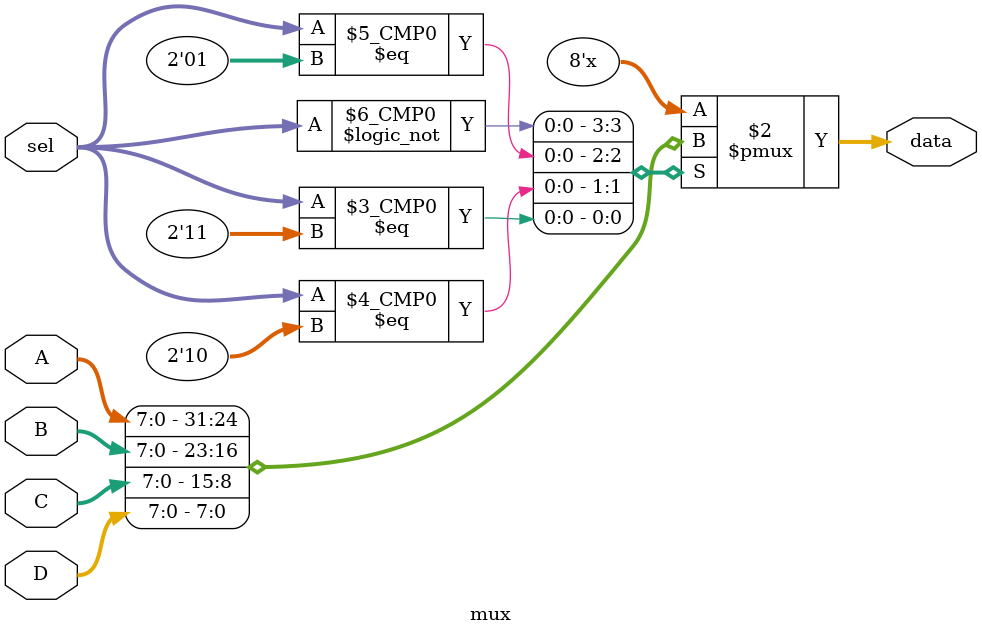
<source format=v>
`timescale 1ns / 1ps


module mux(
    output reg [7:0] data,
    input [1:0] sel,
    input [7:0] A,
    input [7:0] B,
    input [7:0] C,
    input [7:0] D

);

    always @(*) begin 
        case(sel)
            2'b00: data <= A;
            2'b01: data <= B;
            2'b10: data <= C;
            2'b11: data <= D;
        endcase
    end

endmodule


</source>
